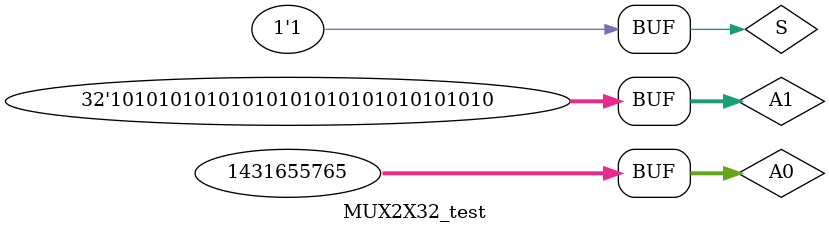
<source format=v>
`timescale 1ns / 1ps


module MUX2X32_test;

	// Inputs
	reg [31:0] A0;
	reg [31:0] A1;
	reg S;

	// Outputs
	wire [31:0] Y;

	// Instantiate the Unit Under Test (UUT)
	MUX2X32 uut (
		.A0(A0), 
		.A1(A1), 
		.S(S), 
		.Y(Y)
	);

	initial begin
		// Initialize Inputs
		A0 = 0;
		A1 = 0;
		S = 0;

		// Wait 100 ns for global reset to finish
		#100;
        
		// Add stimulus here
				// Initialize Inputs
		A0 = 0;
		A1 = 0;
		S = 0;

		// Wait 100 ns for global reset to finish
		#100;
        
		// Add stimulus here
		#100;A0 = 32'b1111_1111_1111_1111_1111_1111_1111_1111; // 0xFFFFFFFF
		A1 = 32'b0000_0000_0000_0000_0000_0000_0000_0000; // 0x00000000
		S = 1'b0;
		#100;
		S = 1'b1;
		#100;
    #100;A0 = 32'b0101_0101_0101_0101_0101_0101_0101_0101; // 0x55555555
    A1 = 32'b1010_1010_1010_1010_1010_1010_1010_1010; // 0xAAAAAAAA
    S = 1'b0;
	 #100;
    S = 1'b1;

	end
      
endmodule


</source>
